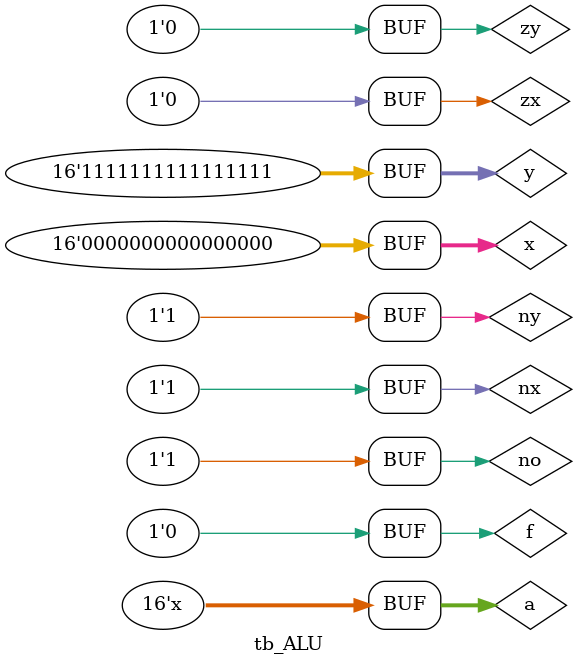
<source format=v>
`timescale 1ns / 1ps


module tb_ALU();

reg  [15:0] a       ;
wire [15:0] not_a   ;

reg  [15:0] x       ;
reg  [15:0] y       ;
reg  zx, nx, zy, ny, f, no;
wire [15:0] alu_output; 
wire zr, ng;

initial begin
    a           = 0;
    
    // ALU TEST
    // ------------------------------
    // Compute 0
    x           = 16'h0000;
    y           = 16'hffff;
    zx          = 1 ;
    nx          = 0 ;
    zy          = 1 ;
    ny          = 0 ;
    f           = 1 ;
    no          = 0 ;
    
    // Compute 1
    #20;
    zx          = 1 ;
    nx          = 1 ;
    zy          = 1 ;
    ny          = 1 ;
    f           = 1 ;
    no          = 1 ;

    // Compute -1
    #20;
    zx          = 1 ;
    nx          = 1 ;
    zy          = 1 ;
    ny          = 0 ;
    f           = 1 ;
    no          = 0 ;

    // Compute x
    #20;
    zx          = 0 ;
    nx          = 0 ;
    zy          = 1 ;
    ny          = 1 ;
    f           = 0 ;
    no          = 0 ;

    // Compute y
    #20;
    zx          = 1 ;
    nx          = 1 ;
    zy          = 0 ;
    ny          = 0 ;
    f           = 0 ;
    no          = 0 ;

    // Compute !x
    #20;
    zx          = 0 ;
    nx          = 0 ;
    zy          = 1 ;
    ny          = 1 ;
    f           = 0 ;
    no          = 1 ;

    // Compute !y
    #20;
    zx          = 1 ;
    nx          = 1 ;
    zy          = 0 ;
    ny          = 0 ;
    f           = 0 ;
    no          = 1 ;

    // Compute -x
    #20;
    zx          = 0 ;
    nx          = 0 ;
    zy          = 1 ;
    ny          = 1 ;
    f           = 1 ;
    no          = 1 ;

    // Compute -y
    #20;
    zx          = 1 ;
    nx          = 1 ;
    zy          = 0 ;
    ny          = 0 ;
    f           = 1 ;
    no          = 1 ;

    // Compute x+1
    #20;
    zx          = 0 ;
    nx          = 1 ;
    zy          = 1 ;
    ny          = 1 ;
    f           = 1 ;
    no          = 1 ;

    // Compute y+1
    #20;
    zx          = 1 ;
    nx          = 1 ;
    zy          = 0 ;
    ny          = 1 ;
    f           = 1 ;
    no          = 1 ;

    // Compute x-1
    #20;
    zx          = 0 ;
    nx          = 0 ;
    zy          = 1 ;
    ny          = 1 ;
    f           = 1 ;
    no          = 0 ;


    // Compute y-1
    #20;
    zx          = 1 ;
    nx          = 1 ;
    zy          = 0 ;
    ny          = 0 ;
    f           = 1 ;
    no          = 0 ;

    // Compute x+y
    #20;
    zx          = 0 ;
    nx          = 0 ;
    zy          = 0 ;
    ny          = 0 ;
    f           = 1 ;
    no          = 0 ;

    // Compute x-y
    #20;
    zx    = 0 ;
    nx    = 1 ;
    zy    = 0 ;
    ny    = 0 ;
    f     = 1 ;
    no    = 1 ;

    // Compute y-x
    #20;
    zx          = 0 ;
    nx          = 0 ;
    zy          = 0 ;
    ny          = 1 ;
    f           = 1 ;
    no          = 1 ;

    // Compute x&y
    #20;
    zx          = 0 ;
    nx          = 0 ;
    zy          = 0 ;
    ny          = 0 ;
    f           = 0 ;
    no          = 0 ;

    // Compute x|y
    #20;
    zx          = 0 ;
    nx          = 1 ;
    zy          = 0 ;
    ny          = 1 ;
    f           = 0 ;
    no          = 1 ;

end

always #10 a = a + 1;

wire half_adder_sum, half_adder_carry;
wire full_adder_sum, full_adder_carry;

wire [15:0] add16   ;
wire [15:0] inc16_a ;


Not16 u_Not16_1(
    .in     (a      ),
    .out    (not_a  )
);


HalfAdder u_HalfAdder_1(
    .a      (a[0]           ),
    .b      (a[1]           ),
    .sum    (half_adder_sum ),
    .carry  (half_adder_carry)
);

FullAdder u_FullAdder_1(
    .a      (a[0]           ),
    .b      (a[1]           ),
    .c      (a[2]           ),
    .sum    (full_adder_sum ),
    .carry  (full_adder_carry)
);

Add16 u_Add16_1 (
    .a      (a              ),
    .b      (not_a          ),
    .out    (add16          )
);

Inc16 u_Inc16_1 (
    .in     (a              ),
    .out    (inc16_a        )
);

ALU u_ALU_1 (
    .x      (x          ),
    .y      (y          ),
    .zx     (zx         ),
    .nx     (nx         ),
    .zy     (zy         ),
    .ny     (ny         ),
    .f      (f          ),
    .no     (no         ),
    .out    (alu_output ),
    .zr     (zr         ),
    .ng     (ng         )
);

endmodule

</source>
